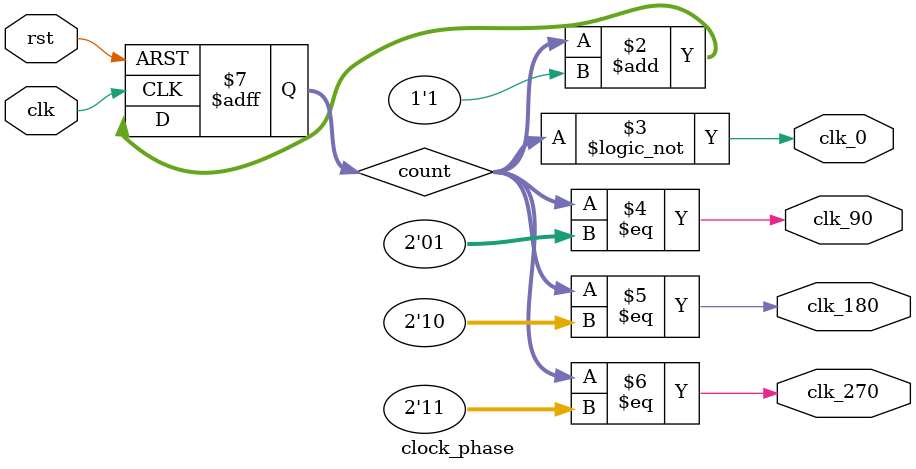
<source format=v>
`timescale 1ns / 1ps

`timescale 1ns / 1ps

module clock_phase(
    input  clk,rst,
    output  clk_0,clk_90,clk_180, clk_270
);

    reg [1:0] count;

    always @(posedge clk or posedge rst) begin
        if (rst)
            count <= 2'b00;
        else
            count <= count + 1'b1;
    end

    assign clk_0   = (count == 2'b00); 
    assign clk_90  = (count == 2'b01);  
    assign clk_180 = (count == 2'b10); 
    assign clk_270 = (count == 2'b11);  
endmodule


</source>
